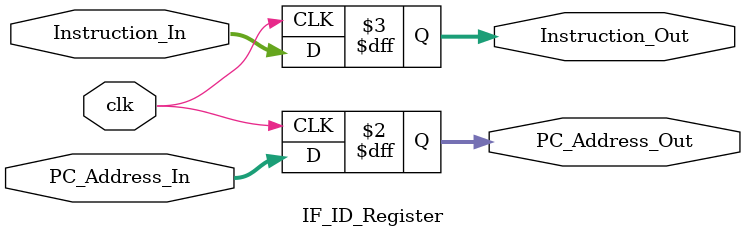
<source format=v>
`timescale 1ns / 1ps


module IF_ID_Register(
    input clk,
    input [31:0] PC_Address_In,
    output reg [31:0] PC_Address_Out,
    input [31:0] Instruction_In,
    output reg [31:0] Instruction_Out
    );

    always @(posedge clk) begin
        PC_Address_Out = PC_Address_In;
        Instruction_Out = Instruction_In;
    end

endmodule

</source>
